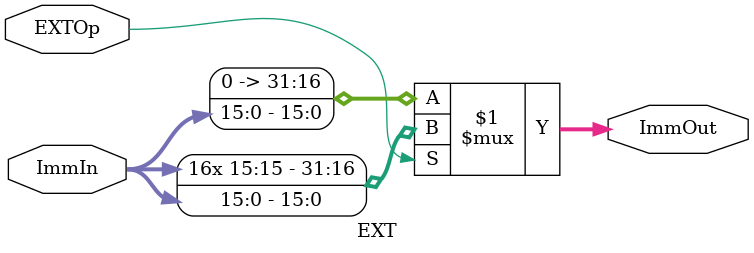
<source format=v>
module EXT (
    ImmIn,
    EXTOp,
    ImmOut
);
    input [15:0] ImmIn;
    input EXTOp;
    output [31:0] ImmOut;
    assign  ImmOut = (EXTOp) ?{{16{ImmIn[15]}},{ImmIn}}:{{16{1'b0}},ImmIn};//signed ext and unsigned ext(ori

endmodule
</source>
